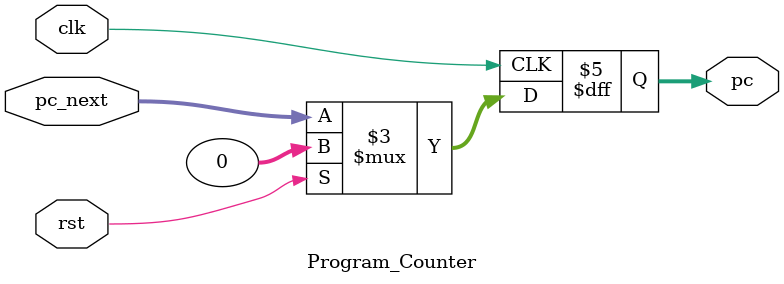
<source format=v>
module Program_Counter(
  input rst,clk,
  input [31:0]pc_next,
  output reg [31:0]pc
  );
  
  always @(posedge clk) begin
    if(rst) begin
      pc<=32'd0;
    end
    else begin
      pc<=pc_next;
    end
  end
endmodule
</source>
